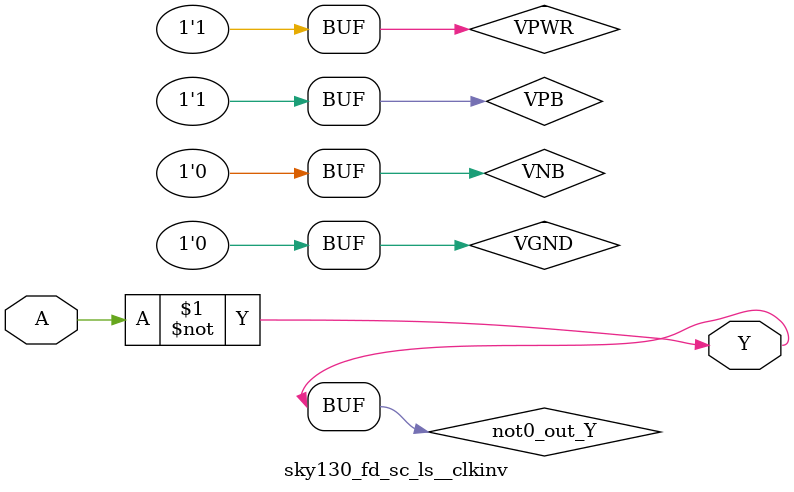
<source format=v>
/*
 * Copyright 2020 The SkyWater PDK Authors
 *
 * Licensed under the Apache License, Version 2.0 (the "License");
 * you may not use this file except in compliance with the License.
 * You may obtain a copy of the License at
 *
 *     https://www.apache.org/licenses/LICENSE-2.0
 *
 * Unless required by applicable law or agreed to in writing, software
 * distributed under the License is distributed on an "AS IS" BASIS,
 * WITHOUT WARRANTIES OR CONDITIONS OF ANY KIND, either express or implied.
 * See the License for the specific language governing permissions and
 * limitations under the License.
 *
 * SPDX-License-Identifier: Apache-2.0
*/


`ifndef SKY130_FD_SC_LS__CLKINV_TIMING_V
`define SKY130_FD_SC_LS__CLKINV_TIMING_V

/**
 * clkinv: Clock tree inverter.
 *
 * Verilog simulation timing model.
 */

`timescale 1ns / 1ps
`default_nettype none

`celldefine
module sky130_fd_sc_ls__clkinv (
    Y,
    A
);

    // Module ports
    output Y;
    input  A;

    // Module supplies
    supply1 VPWR;
    supply0 VGND;
    supply1 VPB ;
    supply0 VNB ;

    // Local signals
    wire not0_out_Y;

    //  Name  Output      Other arguments
    not not0 (not0_out_Y, A              );
    buf buf0 (Y         , not0_out_Y     );

endmodule
`endcelldefine

`default_nettype wire
`endif  // SKY130_FD_SC_LS__CLKINV_TIMING_V

</source>
